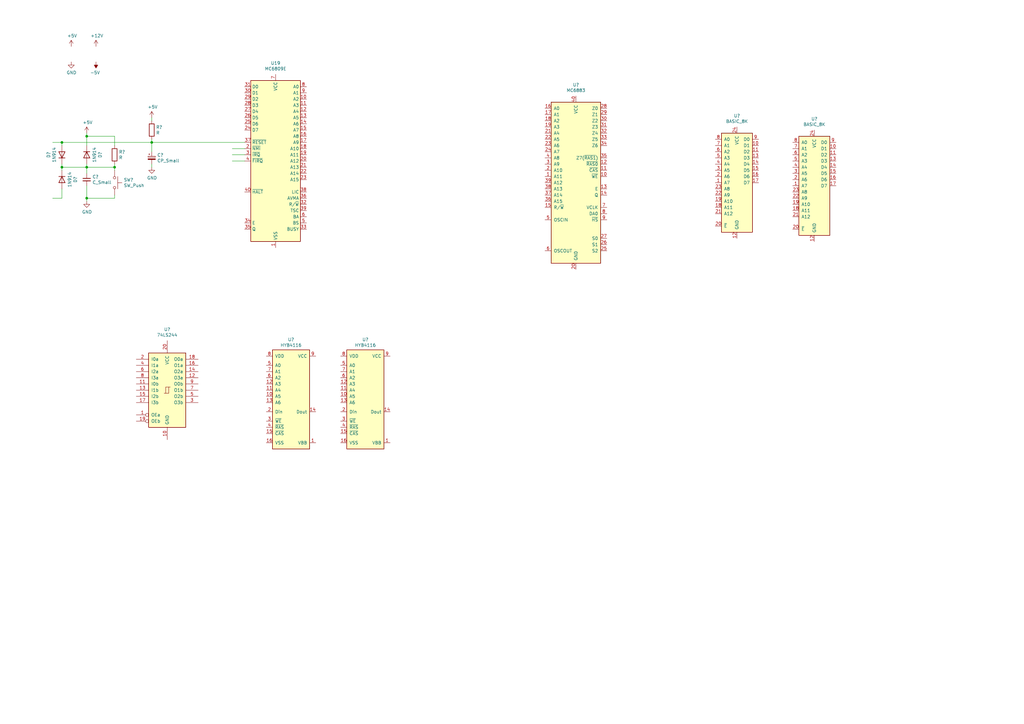
<source format=kicad_sch>
(kicad_sch (version 20230121) (generator eeschema)
  (paper "A3")
  (lib_symbols
    (symbol "74xx:74LS244" (pin_names (offset 1.016))
      (property "Reference" "U" (at -7.62 16.51 0))
      (property "Value" "74LS244" (at -7.62 -16.51 0))
      (symbol "74LS244_1_0"
        (polyline (pts (xy -0.635 -1.27) (xy -0.635 1.27) (xy 0.635 1.27)))
        (polyline (pts (xy -1.27 -1.27) (xy 0.635 -1.27) (xy 0.635 1.27) (xy 1.27 1.27)))
        (pin input inverted (at -12.7 -10.16 0) (length 5.08) (name "OEa") (number "1"))
        (pin power_in line (at 0 -20.32 90) (length 5.08) (name "GND") (number "10"))
        (pin input line (at -12.7 2.54 0) (length 5.08) (name "I0b") (number "11"))
        (pin tri_state line (at 12.7 5.08 180) (length 5.08) (name "O3a") (number "12"))
        (pin input line (at -12.7 0 0) (length 5.08) (name "I1b") (number "13"))
        (pin tri_state line (at 12.7 7.62 180) (length 5.08) (name "O2a") (number "14"))
        (pin input line (at -12.7 -2.54 0) (length 5.08) (name "I2b") (number "15"))
        (pin tri_state line (at 12.7 10.16 180) (length 5.08) (name "O1a") (number "16"))
        (pin input line (at -12.7 -5.08 0) (length 5.08) (name "I3b") (number "17"))
        (pin tri_state line (at 12.7 12.7 180) (length 5.08) (name "O0a") (number "18"))
        (pin input inverted (at -12.7 -12.7 0) (length 5.08) (name "OEb") (number "19"))
        (pin input line (at -12.7 12.7 0) (length 5.08) (name "I0a") (number "2"))
        (pin power_in line (at 0 20.32 270) (length 5.08) (name "VCC") (number "20"))
        (pin tri_state line (at 12.7 -5.08 180) (length 5.08) (name "O3b") (number "3"))
        (pin input line (at -12.7 10.16 0) (length 5.08) (name "I1a") (number "4"))
        (pin tri_state line (at 12.7 -2.54 180) (length 5.08) (name "O2b") (number "5"))
        (pin input line (at -12.7 7.62 0) (length 5.08) (name "I2a") (number "6"))
        (pin tri_state line (at 12.7 0 180) (length 5.08) (name "O1b") (number "7"))
        (pin input line (at -12.7 5.08 0) (length 5.08) (name "I3a") (number "8"))
        (pin tri_state line (at 12.7 2.54 180) (length 5.08) (name "O0b") (number "9"))
      )
      (symbol "74LS244_1_1"
        (rectangle (start -7.62 15.24) (end 7.62 -15.24) (stroke (width 0.254)) (fill (type background)))
      )
    )
    (symbol "CPU_NXP_6800:MC6809E"
      (property "Reference" "U" (at -7.62 34.544 0))
      (property "Value" "MC6809E" (at 10.16 34.544 0))
      (symbol "MC6809E_0_1"
        (rectangle (start -10.16 -33.02) (end 10.16 33.02) (stroke (width 0.254)) (fill (type background)))
      )
      (symbol "MC6809E_1_1"
        (pin power_in line (at 0 -35.56 90) (length 2.54) (name "VSS") (number "1"))
        (pin output line (at 12.7 25.4 180) (length 2.54) (name "A2") (number "10"))
        (pin output line (at 12.7 22.86 180) (length 2.54) (name "A3") (number "11"))
        (pin output line (at 12.7 20.32 180) (length 2.54) (name "A4") (number "12"))
        (pin output line (at 12.7 17.78 180) (length 2.54) (name "A5") (number "13"))
        (pin output line (at 12.7 15.24 180) (length 2.54) (name "A6") (number "14"))
        (pin output line (at 12.7 12.7 180) (length 2.54) (name "A7") (number "15"))
        (pin output line (at 12.7 10.16 180) (length 2.54) (name "A8") (number "16"))
        (pin output line (at 12.7 7.62 180) (length 2.54) (name "A9") (number "17"))
        (pin output line (at 12.7 5.08 180) (length 2.54) (name "A10") (number "18"))
        (pin output line (at 12.7 2.54 180) (length 2.54) (name "A11") (number "19"))
        (pin input line (at -12.7 5.08 0) (length 2.54) (name "~{NMI}") (number "2"))
        (pin output line (at 12.7 0 180) (length 2.54) (name "A12") (number "20"))
        (pin output line (at 12.7 -2.54 180) (length 2.54) (name "A13") (number "21"))
        (pin output line (at 12.7 -5.08 180) (length 2.54) (name "A14") (number "22"))
        (pin output line (at 12.7 -7.62 180) (length 2.54) (name "A15") (number "23"))
        (pin bidirectional line (at -12.7 12.7 0) (length 2.54) (name "D7") (number "24"))
        (pin bidirectional line (at -12.7 15.24 0) (length 2.54) (name "D6") (number "25"))
        (pin bidirectional line (at -12.7 17.78 0) (length 2.54) (name "D5") (number "26"))
        (pin bidirectional line (at -12.7 20.32 0) (length 2.54) (name "D4") (number "27"))
        (pin bidirectional line (at -12.7 22.86 0) (length 2.54) (name "D3") (number "28"))
        (pin bidirectional line (at -12.7 25.4 0) (length 2.54) (name "D2") (number "29"))
        (pin input line (at -12.7 2.54 0) (length 2.54) (name "~{IRQ}") (number "3"))
        (pin bidirectional line (at -12.7 27.94 0) (length 2.54) (name "D1") (number "30"))
        (pin bidirectional line (at -12.7 30.48 0) (length 2.54) (name "D0") (number "31"))
        (pin output line (at 12.7 -17.78 180) (length 2.54) (name "R/~{W}") (number "32"))
        (pin output line (at 12.7 -27.94 180) (length 2.54) (name "BUSY") (number "33"))
        (pin input line (at -12.7 -25.4 0) (length 2.54) (name "E") (number "34"))
        (pin input line (at -12.7 -27.94 0) (length 2.54) (name "Q") (number "35"))
        (pin output line (at 12.7 -15.24 180) (length 2.54) (name "AVMA") (number "36"))
        (pin input line (at -12.7 7.62 0) (length 2.54) (name "~{RESET}") (number "37"))
        (pin output line (at 12.7 -12.7 180) (length 2.54) (name "LIC") (number "38"))
        (pin output line (at 12.7 -20.32 180) (length 2.54) (name "TSC") (number "39"))
        (pin input line (at -12.7 0 0) (length 2.54) (name "~{FIRQ}") (number "4"))
        (pin input line (at -12.7 -12.7 0) (length 2.54) (name "~{HALT}") (number "40"))
        (pin output line (at 12.7 -25.4 180) (length 2.54) (name "BS") (number "5"))
        (pin output line (at 12.7 -22.86 180) (length 2.54) (name "BA") (number "6"))
        (pin power_in line (at 0 35.56 270) (length 2.54) (name "VCC") (number "7"))
        (pin output line (at 12.7 30.48 180) (length 2.54) (name "A0") (number "8"))
        (pin output line (at 12.7 27.94 180) (length 2.54) (name "A1") (number "9"))
      )
    )
    (symbol "Device:C_Small" (pin_numbers hide) (pin_names (offset 0.254) hide)
      (property "Reference" "C" (at 0.254 1.778 0))
      (property "Value" "C_Small" (at 0.254 -2.032 0))
      (symbol "C_Small_0_1"
        (polyline (pts (xy -1.524 -0.508) (xy 1.524 -0.508)) (stroke (width 0.3302)))
        (polyline (pts (xy -1.524 0.508) (xy 1.524 0.508)) (stroke (width 0.3048)))
      )
      (symbol "C_Small_1_1"
        (pin passive line (at 0 2.54 270) (length 2.032) (name "~") (number "1"))
        (pin passive line (at 0 -2.54 90) (length 2.032) (name "~") (number "2"))
      )
    )
    (symbol "Device:R" (pin_numbers hide) (pin_names (offset 0))
      (property "Reference" "R" (at 2.032 0 90))
      (property "Value" "R" (at 0 0 90))
      (symbol "R_0_1"
        (rectangle (start -1.016 -2.54) (end 1.016 2.54) (stroke (width 0.254)))
      )
      (symbol "R_1_1"
        (pin passive line (at 0 3.81 270) (length 1.27) (name "~") (number "1"))
        (pin passive line (at 0 -3.81 90) (length 1.27) (name "~") (number "2"))
      )
    )
    (symbol "Diode:1N914" (pin_numbers hide) (pin_names hide)
      (property "Reference" "D" (at 0 2.54 0))
      (property "Value" "1N914" (at 0 -2.54 0))
      (symbol "1N914_0_1"
        (polyline (pts (xy -1.27 1.27) (xy -1.27 -1.27)) (stroke (width 0.254)))
        (polyline (pts (xy 1.27 0) (xy -1.27 0)))
        (polyline (pts (xy 1.27 1.27) (xy 1.27 -1.27) (xy -1.27 0) (xy 1.27 1.27)) (stroke (width 0.254)))
      )
      (symbol "1N914_1_1"
        (pin passive line (at -3.81 0 0) (length 2.54) (name "K") (number "1"))
        (pin passive line (at 3.81 0 180) (length 2.54) (name "A") (number "2"))
      )
    )
    (symbol "Dragon32-rescue:BASIC_8K-Memory_ROM_Dragon" (pin_names (offset 1.016))
      (property "Reference" "U" (at 2.54 24.13 0))
      (property "Value" "Memory_ROM_Dragon_BASIC_8K" (at 8.89 21.59 0))
      (symbol "BASIC_8K-Memory_ROM_Dragon_0_1"
        (rectangle (start -6.35 20.32) (end 6.35 -20.32) (stroke (width 0.254)) (fill (type background)))
      )
      (symbol "BASIC_8K-Memory_ROM_Dragon_1_1"
        (pin input line (at -8.89 0 0) (length 2.54) (name "A7") (number "1"))
        (pin tri_state line (at 8.89 15.24 180) (length 2.54) (name "D1") (number "10"))
        (pin tri_state line (at 8.89 12.7 180) (length 2.54) (name "D2") (number "11"))
        (pin power_in line (at 0 -22.86 90) (length 2.54) (name "GND") (number "12"))
        (pin tri_state line (at 8.89 10.16 180) (length 2.54) (name "D3") (number "13"))
        (pin tri_state line (at 8.89 7.62 180) (length 2.54) (name "D4") (number "14"))
        (pin tri_state line (at 8.89 5.08 180) (length 2.54) (name "D5") (number "15"))
        (pin tri_state line (at 8.89 2.54 180) (length 2.54) (name "D6") (number "16"))
        (pin tri_state line (at 8.89 0 180) (length 2.54) (name "D7") (number "17"))
        (pin input line (at -8.89 -10.16 0) (length 2.54) (name "A11") (number "18"))
        (pin input line (at -8.89 -7.62 0) (length 2.54) (name "A10") (number "19"))
        (pin input line (at -8.89 2.54 0) (length 2.54) (name "A6") (number "2"))
        (pin input line (at -8.89 -17.78 0) (length 2.54) (name "~{E}") (number "20"))
        (pin input line (at -8.89 -12.7 0) (length 2.54) (name "A12") (number "21"))
        (pin input line (at -8.89 -5.08 0) (length 2.54) (name "A9") (number "22"))
        (pin input line (at -8.89 -2.54 0) (length 2.54) (name "A8") (number "23"))
        (pin power_in line (at 0 22.86 270) (length 2.54) (name "VCC") (number "24"))
        (pin input line (at -8.89 5.08 0) (length 2.54) (name "A5") (number "3"))
        (pin input line (at -8.89 7.62 0) (length 2.54) (name "A4") (number "4"))
        (pin input line (at -8.89 10.16 0) (length 2.54) (name "A3") (number "5"))
        (pin input line (at -8.89 12.7 0) (length 2.54) (name "A2") (number "6"))
        (pin input line (at -8.89 15.24 0) (length 2.54) (name "A1") (number "7"))
        (pin input line (at -8.89 17.78 0) (length 2.54) (name "A0") (number "8"))
        (pin tri_state line (at 8.89 17.78 180) (length 2.54) (name "D0") (number "9"))
      )
    )
    (symbol "Dragon32-rescue:CP_Small-Device" (pin_numbers hide) (pin_names (offset 0.254) hide)
      (property "Reference" "C" (at 0.254 1.778 0))
      (property "Value" "Device_CP_Small" (at 0.254 -2.032 0))
      (symbol "CP_Small-Device_0_1"
        (rectangle (start -1.524 -0.3048) (end 1.524 -0.6858) (fill (type outline)))
        (rectangle (start -1.524 0.6858) (end 1.524 0.3048))
        (polyline (pts (xy -1.27 1.524) (xy -0.762 1.524)))
        (polyline (pts (xy -1.016 1.27) (xy -1.016 1.778)))
      )
      (symbol "CP_Small-Device_1_1"
        (pin passive line (at 0 2.54 270) (length 1.8542) (name "~") (number "1"))
        (pin passive line (at 0 -2.54 90) (length 1.8542) (name "~") (number "2"))
      )
    )
    (symbol "Dragon32-rescue:HYB4116-Memory_RAM_Siemens" (pin_names (offset 1.016))
      (property "Reference" "U" (at 2.54 24.13 0))
      (property "Value" "Memory_RAM_Siemens_HYB4116" (at 5.08 21.59 0))
      (symbol "HYB4116-Memory_RAM_Siemens_0_1"
        (rectangle (start -7.62 20.32) (end 7.62 -20.32) (stroke (width 0.254)) (fill (type background)))
      )
      (symbol "HYB4116-Memory_RAM_Siemens_1_1"
        (pin power_in line (at 10.16 -17.78 180) (length 2.54) (name "VBB") (number "1"))
        (pin input line (at -10.16 1.27 0) (length 2.54) (name "A5") (number "10"))
        (pin input line (at -10.16 3.81 0) (length 2.54) (name "A4") (number "11"))
        (pin input line (at -10.16 6.35 0) (length 2.54) (name "A3") (number "12"))
        (pin input line (at -10.16 -1.27 0) (length 2.54) (name "A6") (number "13"))
        (pin tri_state line (at 10.16 -5.08 180) (length 2.54) (name "Dout") (number "14"))
        (pin input line (at -10.16 -13.97 0) (length 2.54) (name "~{CAS}") (number "15"))
        (pin power_in line (at -10.16 -17.78 0) (length 2.54) (name "VSS") (number "16"))
        (pin input line (at -10.16 -5.08 0) (length 2.54) (name "Din") (number "2"))
        (pin input line (at -10.16 -8.89 0) (length 2.54) (name "~{WE}") (number "3"))
        (pin input line (at -10.16 -11.43 0) (length 2.54) (name "~{RAS}") (number "4"))
        (pin input line (at -10.16 13.97 0) (length 2.54) (name "A0") (number "5"))
        (pin input line (at -10.16 8.89 0) (length 2.54) (name "A2") (number "6"))
        (pin input line (at -10.16 11.43 0) (length 2.54) (name "A1") (number "7"))
        (pin power_in line (at -10.16 17.78 0) (length 2.54) (name "VDD") (number "8"))
        (pin power_in line (at 10.16 17.78 180) (length 2.54) (name "VCC") (number "9"))
      )
    )
    (symbol "Dragon32-rescue:MC6883-Memory_Controller_Motorola" (pin_names (offset 1.016))
      (property "Reference" "U" (at -7.62 34.544 0))
      (property "Value" "Memory_Controller_Motorola_MC6883" (at 10.16 34.544 0))
      (symbol "MC6883-Memory_Controller_Motorola_0_1"
        (rectangle (start -10.16 -33.02) (end 10.16 33.02) (stroke (width 0.254)) (fill (type background)))
      )
      (symbol "MC6883-Memory_Controller_Motorola_1_1"
        (pin input line (at -12.7 2.54 0) (length 2.54) (name "A11") (number "1"))
        (pin output line (at 12.7 2.54 180) (length 2.54) (name "~{WE}") (number "10"))
        (pin output line (at 12.7 5.08 180) (length 2.54) (name "~{CAS}") (number "11"))
        (pin output line (at 12.7 7.62 180) (length 2.54) (name "~{RAS0}") (number "12"))
        (pin output line (at 12.7 -2.54 180) (length 2.54) (name "E") (number "13"))
        (pin output line (at 12.7 -5.08 180) (length 2.54) (name "Q") (number "14"))
        (pin output line (at -12.7 -10.16 0) (length 2.54) (name "R/~{W}") (number "15"))
        (pin input line (at -12.7 30.48 0) (length 2.54) (name "A0") (number "16"))
        (pin input line (at -12.7 27.94 0) (length 2.54) (name "A1") (number "17"))
        (pin input line (at -12.7 25.4 0) (length 2.54) (name "A2") (number "18"))
        (pin input line (at -12.7 22.86 0) (length 2.54) (name "A3") (number "19"))
        (pin input line (at -12.7 5.08 0) (length 2.54) (name "A10") (number "2"))
        (pin power_in line (at 0 -35.56 90) (length 2.54) (name "GND") (number "20"))
        (pin input line (at -12.7 20.32 0) (length 2.54) (name "A4") (number "21"))
        (pin input line (at -12.7 17.78 0) (length 2.54) (name "A5") (number "22"))
        (pin input line (at -12.7 15.24 0) (length 2.54) (name "A6") (number "23"))
        (pin input line (at -12.7 12.7 0) (length 2.54) (name "A7") (number "24"))
        (pin output line (at 12.7 -27.94 180) (length 2.54) (name "S2") (number "25"))
        (pin output line (at 12.7 -25.4 180) (length 2.54) (name "S1") (number "26"))
        (pin output line (at 12.7 -22.86 180) (length 2.54) (name "S0") (number "27"))
        (pin output line (at 12.7 30.48 180) (length 2.54) (name "Z0") (number "28"))
        (pin output line (at 12.7 27.94 180) (length 2.54) (name "Z1") (number "29"))
        (pin input line (at -12.7 7.62 0) (length 2.54) (name "A9") (number "3"))
        (pin output line (at 12.7 25.4 180) (length 2.54) (name "Z2") (number "30"))
        (pin output line (at 12.7 22.86 180) (length 2.54) (name "Z3") (number "31"))
        (pin output line (at 12.7 20.32 180) (length 2.54) (name "Z4") (number "32"))
        (pin output line (at 12.7 17.78 180) (length 2.54) (name "Z5") (number "33"))
        (pin output line (at 12.7 15.24 180) (length 2.54) (name "Z6") (number "34"))
        (pin output line (at 12.7 10.16 180) (length 2.54) (name "Z7(~{RAS1})") (number "35"))
        (pin input line (at -12.7 -7.62 0) (length 2.54) (name "A15") (number "36"))
        (pin input line (at -12.7 -5.08 0) (length 2.54) (name "A14") (number "37"))
        (pin input line (at -12.7 -2.54 0) (length 2.54) (name "A13") (number "38"))
        (pin input line (at -12.7 0 0) (length 2.54) (name "A12") (number "39"))
        (pin input line (at -12.7 10.16 0) (length 2.54) (name "A8") (number "4"))
        (pin power_in line (at 0 35.56 270) (length 2.54) (name "VCC") (number "40"))
        (pin input line (at -12.7 -15.24 0) (length 2.54) (name "OSCIN") (number "5"))
        (pin output line (at -12.7 -27.94 0) (length 2.54) (name "OSCOUT") (number "6"))
        (pin input line (at 12.7 -10.16 180) (length 2.54) (name "VCLK") (number "7"))
        (pin input line (at 12.7 -12.7 180) (length 2.54) (name "DA0") (number "8"))
        (pin input line (at 12.7 -15.24 180) (length 2.54) (name "~{HS}") (number "9"))
      )
    )
    (symbol "Switch:SW_Push" (pin_numbers hide) (pin_names (offset 1.016) hide)
      (property "Reference" "SW" (at 1.27 2.54 0))
      (property "Value" "SW_Push" (at 0 -1.524 0))
      (symbol "SW_Push_0_1"
        (circle (center -2.032 0) (radius 0.508))
        (polyline (pts (xy 0 1.27) (xy 0 3.048)))
        (polyline (pts (xy 2.54 1.27) (xy -2.54 1.27)))
        (circle (center 2.032 0) (radius 0.508))
        (pin passive line (at -5.08 0 0) (length 2.54) (name "1") (number "1"))
        (pin passive line (at 5.08 0 180) (length 2.54) (name "2") (number "2"))
      )
    )
    (symbol "power:+12V" (power) (pin_names (offset 0))
      (property "Value" "+12V" (at 0 3.556 0))
      (symbol "+12V_0_1"
        (polyline (pts (xy -0.762 1.27) (xy 0 2.54)))
        (polyline (pts (xy 0 0) (xy 0 2.54)))
        (polyline (pts (xy 0 2.54) (xy 0.762 1.27)))
      )
      (symbol "+12V_1_1"
        (pin power_in line (at 0 0 90) (length 0) hide (name "+12V") (number "1"))
      )
    )
    (symbol "power:+5V" (power) (pin_names (offset 0))
      (property "Value" "+5V" (at 0 3.556 0))
      (symbol "+5V_0_1"
        (polyline (pts (xy -0.762 1.27) (xy 0 2.54)))
        (polyline (pts (xy 0 0) (xy 0 2.54)))
        (polyline (pts (xy 0 2.54) (xy 0.762 1.27)))
      )
      (symbol "+5V_1_1"
        (pin power_in line (at 0 0 90) (length 0) hide (name "+5V") (number "1"))
      )
    )
    (symbol "power:-5V" (power) (pin_names (offset 0))
      (property "Value" "-5V" (at 0 3.81 0))
      (symbol "-5V_0_0"
        (pin power_in line (at 0 0 90) (length 0) hide (name "-5V") (number "1"))
      )
      (symbol "-5V_0_1"
        (polyline (pts (xy 0 0) (xy 0 1.27) (xy 0.762 1.27) (xy 0 2.54) (xy -0.762 1.27) (xy 0 1.27)) (fill (type outline)))
      )
    )
    (symbol "power:GND" (power) (pin_names (offset 0))
      (property "Value" "GND" (at 0 -3.81 0))
      (symbol "GND_0_1"
        (polyline (pts (xy 0 0) (xy 0 -1.27) (xy 1.27 -1.27) (xy 0 -2.54) (xy -1.27 -1.27) (xy 0 -1.27)))
      )
      (symbol "GND_1_1"
        (pin power_in line (at 0 0 270) (length 0) hide (name "GND") (number "1"))
      )
    )
  )
  (junction (at 35.56 68.58))
  (junction (at 62.23 58.42))
  (junction (at 25.4 68.58))
  (junction (at 35.56 81.28))
  (junction (at 25.4 58.42))
  (junction (at 35.56 55.88))
  (junction (at 46.99 68.58))
  (wire (pts (xy 62.23 58.42) (xy 62.23 62.23)))
  (wire (pts (xy 46.99 80.01) (xy 46.99 81.28)))
  (wire (pts (xy 46.99 81.28) (xy 35.56 81.28)))
  (wire (pts (xy 25.4 68.58) (xy 35.56 68.58)))
  (wire (pts (xy 100.33 60.96) (xy 95.25 60.96)))
  (wire (pts (xy 25.4 77.47) (xy 25.4 81.28)))
  (wire (pts (xy 100.33 63.5) (xy 95.25 63.5)))
  (wire (pts (xy 35.56 68.58) (xy 35.56 67.31)))
  (wire (pts (xy 25.4 67.31) (xy 25.4 68.58)))
  (wire (pts (xy 46.99 68.58) (xy 35.56 68.58)))
  (wire (pts (xy 35.56 68.58) (xy 35.56 71.12)))
  (wire (pts (xy 35.56 81.28) (xy 35.56 76.2)))
  (wire (pts (xy 62.23 49.53) (xy 62.23 48.26)))
  (wire (pts (xy 62.23 67.31) (xy 62.23 68.58)))
  (wire (pts (xy 46.99 68.58) (xy 46.99 69.85)))
  (wire (pts (xy 35.56 59.69) (xy 35.56 55.88)))
  (wire (pts (xy 100.33 66.04) (xy 95.25 66.04)))
  (wire (pts (xy 35.56 81.28) (xy 35.56 82.55)))
  (wire (pts (xy 35.56 55.88) (xy 46.99 55.88)))
  (wire (pts (xy 62.23 58.42) (xy 100.33 58.42)))
  (wire (pts (xy 62.23 57.15) (xy 62.23 58.42)))
  (wire (pts (xy 25.4 58.42) (xy 25.4 59.69)))
  (wire (pts (xy 46.99 67.31) (xy 46.99 68.58)))
  (wire (pts (xy 46.99 55.88) (xy 46.99 59.69)))
  (wire (pts (xy 35.56 55.88) (xy 35.56 54.61)))
  (wire (pts (xy 25.4 58.42) (xy 21.59 58.42)))
  (wire (pts (xy 25.4 81.28) (xy 21.59 81.28)))
  (wire (pts (xy 25.4 68.58) (xy 25.4 69.85)))
  (wire (pts (xy 25.4 58.42) (xy 62.23 58.42)))
  (symbol (lib_id "Dragon32-rescue:HYB4116-Memory_RAM_Siemens") (at 119.38 163.83 0) (unit 1)
    (property "Reference" "U?" (at 119.38 139.2682 0))
    (property "Value" "HYB4116" (at 119.38 141.5796 0))
    (property "Datasheet" "https://4donline.ihs.com/images/VipMasterIC/IC/INFN/INFNS18263/INFNS18263-1.pdf" (effects hide))
  )
  (symbol (lib_id "Dragon32-rescue:HYB4116-Memory_RAM_Siemens") (at 149.86 163.83 0) (unit 1)
    (property "Reference" "U?" (at 149.86 139.2682 0))
    (property "Value" "HYB4116" (at 149.86 141.5796 0))
    (property "Datasheet" "https://4donline.ihs.com/images/VipMasterIC/IC/INFN/INFNS18263/INFNS18263-1.pdf" (effects hide))
  )
  (symbol (lib_id "CPU_NXP_6800:MC6809E") (at 113.03 66.04 0) (unit 1)
    (property "Reference" "U19" (at 113.03 25.8826 0))
    (property "Value" "MC6809E" (at 113.03 28.194 0))
    (property "Footprint" "Package_DIP:DIP-40_W15.24mm" (effects hide))
    (property "Datasheet" "http://pdf.datasheetcatalog.com/datasheet/motorola/MC68B09S.pdf" (effects hide))
  )
  (symbol (lib_id "Dragon32-rescue:MC6883-Memory_Controller_Motorola") (at 236.22 74.93 0) (unit 1)
    (property "Reference" "U?" (at 236.22 34.7726 0))
    (property "Value" "MC6883" (at 236.22 37.084 0))
    (property "Footprint" "Package_DIP:DIP-40_W15.24mm" (effects hide))
    (property "Datasheet" "http://www.colorcomputerarchive.com/coco/Documents/Datasheets/MC6883 Synchronous Address Multiplexer (Motorola).pdf" (effects hide))
  )
  (symbol (lib_id "Dragon32-rescue:BASIC_8K-Memory_ROM_Dragon") (at 302.26 74.93 0) (unit 1)
    (property "Reference" "U?" (at 302.26 47.4726 0))
    (property "Value" "BASIC_8K" (at 302.26 49.784 0))
  )
  (symbol (lib_id "Dragon32-rescue:BASIC_8K-Memory_ROM_Dragon") (at 334.01 76.2 0) (unit 1)
    (property "Reference" "U?" (at 334.01 48.7426 0))
    (property "Value" "BASIC_8K" (at 334.01 51.054 0))
  )
  (symbol (lib_id "74xx:74LS244") (at 68.58 160.02 0) (unit 1)
    (property "Reference" "U?" (at 68.58 135.1026 0))
    (property "Value" "74LS244" (at 68.58 137.414 0))
    (property "Datasheet" "http://www.ti.com/lit/gpn/sn74LS244" (effects hide))
  )
  (symbol (lib_id "Diode:1N914") (at 25.4 63.5 90) (unit 1)
    (property "Reference" "D?" (at 19.9136 63.5 0))
    (property "Value" "1N914" (at 22.225 63.5 0))
    (property "Footprint" "Diode_THT:D_DO-35_SOD27_P7.62mm_Horizontal" (effects hide))
    (property "Datasheet" "http://www.vishay.com/docs/85622/1n914.pdf" (effects hide))
  )
  (symbol (lib_id "Diode:1N914") (at 25.4 73.66 270) (unit 1)
    (property "Reference" "D?" (at 30.8864 73.66 0))
    (property "Value" "1N914" (at 28.575 73.66 0))
    (property "Footprint" "Diode_THT:D_DO-35_SOD27_P7.62mm_Horizontal" (effects hide))
    (property "Datasheet" "http://www.vishay.com/docs/85622/1n914.pdf" (effects hide))
  )
  (symbol (lib_id "Diode:1N914") (at 35.56 63.5 270) (unit 1)
    (property "Reference" "D?" (at 41.0464 63.5 0))
    (property "Value" "1N914" (at 38.735 63.5 0))
    (property "Footprint" "Diode_THT:D_DO-35_SOD27_P7.62mm_Horizontal" (effects hide))
    (property "Datasheet" "http://www.vishay.com/docs/85622/1n914.pdf" (effects hide))
  )
  (symbol (lib_id "Device:R") (at 46.99 63.5 0) (unit 1)
    (property "Reference" "R?" (at 48.768 62.3316 0) (effects (justify left)))
    (property "Value" "R" (at 48.768 64.643 0) (effects (justify left)))
  )
  (symbol (lib_id "Device:C_Small") (at 35.56 73.66 0) (unit 1)
    (property "Reference" "C?" (at 37.8968 72.4916 0) (effects (justify left)))
    (property "Value" "C_Small" (at 37.8968 74.803 0) (effects (justify left)))
  )
  (symbol (lib_id "Switch:SW_Push") (at 46.99 74.93 270) (unit 1)
    (property "Reference" "SW?" (at 50.7492 73.7616 90) (effects (justify left)))
    (property "Value" "SW_Push" (at 50.7492 76.073 90) (effects (justify left)))
  )
  (symbol (lib_id "power:+5V") (at 29.21 19.05 0) (unit 1)
    (property "Reference" "#PWR?" (effects hide))
    (property "Value" "+5V" (at 29.591 14.6558 0))
  )
  (symbol (lib_id "power:+12V") (at 39.37 19.05 0) (unit 1)
    (property "Reference" "#PWR?" (effects hide))
    (property "Value" "+12V" (at 39.751 14.6558 0))
  )
  (symbol (lib_id "power:GND") (at 29.21 25.4 0) (unit 1)
    (property "Reference" "#PWR?" (effects hide))
    (property "Value" "GND" (at 29.337 29.7942 0))
  )
  (symbol (lib_id "power:-5V") (at 39.37 25.4 180) (unit 1)
    (property "Reference" "#PWR?" (effects hide))
    (property "Value" "-5V" (at 38.989 29.7942 0))
  )
  (symbol (lib_id "Dragon32-rescue:CP_Small-Device") (at 62.23 64.77 0) (unit 1)
    (property "Reference" "C?" (at 64.4652 63.6016 0) (effects (justify left)))
    (property "Value" "CP_Small" (at 64.4652 65.913 0) (effects (justify left)))
  )
  (symbol (lib_id "Device:R") (at 62.23 53.34 0) (unit 1)
    (property "Reference" "R?" (at 64.008 52.1716 0) (effects (justify left)))
    (property "Value" "R" (at 64.008 54.483 0) (effects (justify left)))
  )
  (symbol (lib_id "power:GND") (at 35.56 82.55 0) (unit 1)
    (property "Reference" "#PWR?" (effects hide))
    (property "Value" "GND" (at 35.687 86.9442 0))
  )
  (symbol (lib_id "power:GND") (at 62.23 68.58 0) (unit 1)
    (property "Reference" "#PWR?" (effects hide))
    (property "Value" "GND" (at 62.357 72.9742 0))
  )
  (symbol (lib_id "power:+5V") (at 35.56 54.61 0) (unit 1)
    (property "Reference" "#PWR?" (effects hide))
    (property "Value" "+5V" (at 35.941 50.2158 0))
  )
  (symbol (lib_id "power:+5V") (at 62.23 48.26 0) (unit 1)
    (property "Reference" "#PWR?" (effects hide))
    (property "Value" "+5V" (at 62.611 43.8658 0))
  )
)
</source>
